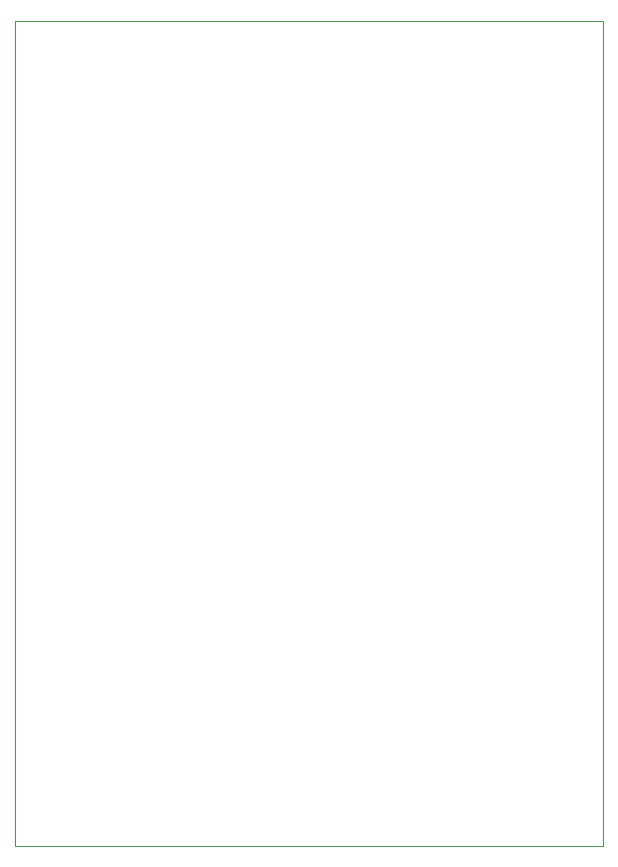
<source format=gbr>
%TF.GenerationSoftware,KiCad,Pcbnew,9.0.5*%
%TF.CreationDate,2025-12-13T17:10:17-05:00*%
%TF.ProjectId,esp32_breakout,65737033-325f-4627-9265-616b6f75742e,rev?*%
%TF.SameCoordinates,Original*%
%TF.FileFunction,Profile,NP*%
%FSLAX46Y46*%
G04 Gerber Fmt 4.6, Leading zero omitted, Abs format (unit mm)*
G04 Created by KiCad (PCBNEW 9.0.5) date 2025-12-13 17:10:17*
%MOMM*%
%LPD*%
G01*
G04 APERTURE LIST*
%TA.AperFunction,Profile*%
%ADD10C,0.050000*%
%TD*%
G04 APERTURE END LIST*
D10*
X0Y0D02*
X49784000Y0D01*
X49784000Y-69850000D01*
X0Y-69850000D01*
X0Y0D01*
M02*

</source>
